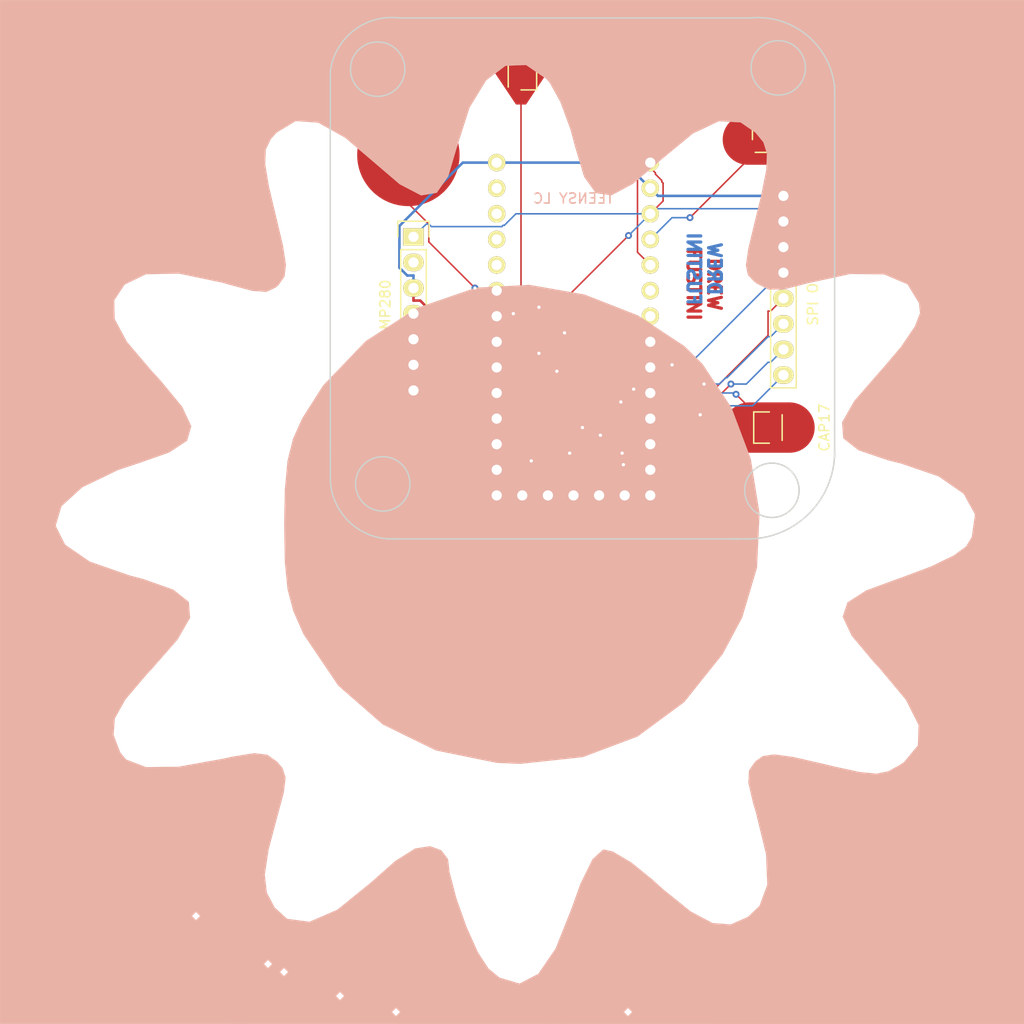
<source format=kicad_pcb>
(kicad_pcb (version 20171130) (host pcbnew "(5.1.12)-1")

  (general
    (thickness 1.6)
    (drawings 46)
    (tracks 170)
    (zones 0)
    (modules 11)
    (nets 34)
  )

  (page A4)
  (title_block
    (company "This design uses a KiCad DIP template created by Jenner at Wickerbox Electronics")
    (comment 1 "Released under the CERN Open Hardware License v1.2")
  )

  (layers
    (0 F.Cu signal)
    (31 B.Cu signal)
    (34 B.Paste user hide)
    (35 F.Paste user hide)
    (36 B.SilkS user hide)
    (37 F.SilkS user hide)
    (38 B.Mask user)
    (39 F.Mask user)
    (44 Edge.Cuts user)
    (46 B.CrtYd user hide)
    (47 F.CrtYd user hide)
    (48 B.Fab user hide)
    (49 F.Fab user hide)
  )

  (setup
    (last_trace_width 0.254)
    (user_trace_width 0.1524)
    (user_trace_width 0.254)
    (user_trace_width 0.3302)
    (user_trace_width 0.508)
    (user_trace_width 0.762)
    (user_trace_width 1.27)
    (trace_clearance 0.254)
    (zone_clearance 0.508)
    (zone_45_only no)
    (trace_min 0.1524)
    (via_size 0.6858)
    (via_drill 0.3302)
    (via_min_size 0.6858)
    (via_min_drill 0.3302)
    (user_via 0.6858 0.3302)
    (user_via 0.762 0.4064)
    (user_via 0.8636 0.508)
    (uvia_size 0.6858)
    (uvia_drill 0.3302)
    (uvias_allowed no)
    (uvia_min_size 0)
    (uvia_min_drill 0)
    (edge_width 0.15)
    (segment_width 0.15)
    (pcb_text_width 0.1524)
    (pcb_text_size 0.762 0.762)
    (mod_edge_width 0.15)
    (mod_text_size 0.762 0.762)
    (mod_text_width 0.1524)
    (pad_size 1.7272 1.7272)
    (pad_drill 1.016)
    (pad_to_mask_clearance 0.0762)
    (solder_mask_min_width 0.1016)
    (aux_axis_origin 0 0)
    (visible_elements 7FFFFFFF)
    (pcbplotparams
      (layerselection 0x010fc_80000001)
      (usegerberextensions true)
      (usegerberattributes true)
      (usegerberadvancedattributes true)
      (creategerberjobfile true)
      (excludeedgelayer true)
      (linewidth 0.100000)
      (plotframeref false)
      (viasonmask false)
      (mode 1)
      (useauxorigin false)
      (hpglpennumber 1)
      (hpglpenspeed 20)
      (hpglpendiameter 15.000000)
      (psnegative false)
      (psa4output false)
      (plotreference true)
      (plotvalue true)
      (plotinvisibletext false)
      (padsonsilk false)
      (subtractmaskfromsilk false)
      (outputformat 1)
      (mirror false)
      (drillshape 0)
      (scaleselection 1)
      (outputdirectory "test-board-gerbers"))
  )

  (net 0 "")
  (net 1 GND)
  (net 2 /D15)
  (net 3 /D0)
  (net 4 /D1)
  (net 5 /D2)
  (net 6 /D3)
  (net 7 /D4)
  (net 8 /D5)
  (net 9 /D6)
  (net 10 /D7)
  (net 11 /D8)
  (net 12 OLED_DATA)
  (net 13 OLED_CLK)
  (net 14 OLED_DC)
  (net 15 OLED_CS)
  (net 16 "/D17(VIN)")
  (net 17 VIN)
  (net 18 /PROG)
  (net 19 /DAC)
  (net 20 OLED_RST)
  (net 21 /D16)
  (net 22 BMP280_SDI)
  (net 23 /D17)
  (net 24 /D22)
  (net 25 /D21)
  (net 26 /D20)
  (net 27 BMP280_SCK)
  (net 28 /D23)
  (net 29 "Net-(J1-Pad14)")
  (net 30 "Net-(J6-Pad2)")
  (net 31 "Net-(J6-Pad5)")
  (net 32 "Net-(J6-Pad7)")
  (net 33 "Net-(J7-Pad3)")

  (net_class Default "This is the default net class."
    (clearance 0.254)
    (trace_width 0.254)
    (via_dia 0.6858)
    (via_drill 0.3302)
    (uvia_dia 0.6858)
    (uvia_drill 0.3302)
    (add_net /D0)
    (add_net /D1)
    (add_net /D15)
    (add_net /D16)
    (add_net /D17)
    (add_net "/D17(VIN)")
    (add_net /D2)
    (add_net /D20)
    (add_net /D21)
    (add_net /D22)
    (add_net /D23)
    (add_net /D3)
    (add_net /D4)
    (add_net /D5)
    (add_net /D6)
    (add_net /D7)
    (add_net /D8)
    (add_net /DAC)
    (add_net /PROG)
    (add_net BMP280_SCK)
    (add_net BMP280_SDI)
    (add_net GND)
    (add_net "Net-(J1-Pad14)")
    (add_net "Net-(J6-Pad2)")
    (add_net "Net-(J6-Pad5)")
    (add_net "Net-(J6-Pad7)")
    (add_net "Net-(J7-Pad3)")
    (add_net OLED_CLK)
    (add_net OLED_CS)
    (add_net OLED_DATA)
    (add_net OLED_DC)
    (add_net OLED_RST)
    (add_net VIN)
  )

  (module TEENSY-LC (layer F.Cu) (tedit 578EAE47) (tstamp 57379F2D)
    (at 105.41 82.804)
    (path /5749FE2C)
    (fp_text reference J1 (at -7.62 20.066 270) (layer F.SilkS)
      (effects (font (size 1 1) (thickness 0.15)))
    )
    (fp_text value TEENSY-LC (at -2.54 20.32 180) (layer F.Fab)
      (effects (font (size 1 1) (thickness 0.15)))
    )
    (fp_line (start 6.35 24.13) (end 6.35 -11.43) (layer F.CrtYd) (width 0.1524))
    (fp_line (start 6.35 -11.43) (end -11.43 -11.43) (layer F.CrtYd) (width 0.1524))
    (fp_line (start -11.43 -11.43) (end -11.43 24.13) (layer F.CrtYd) (width 0.1524))
    (fp_line (start -11.43 24.13) (end 6.35 24.13) (layer F.CrtYd) (width 0.1524))
    (fp_text user "TEENSY LC" (at -2.54 -6.604 180) (layer B.SilkS)
      (effects (font (size 1 1) (thickness 0.15)) (justify mirror))
    )
    (pad G1 thru_hole circle (at -10.16 -10.16) (size 1.7272 1.7272) (drill 1.016) (layers *.Cu *.Mask F.SilkS)
      (net 1 GND))
    (pad 0 thru_hole circle (at -10.16 -7.62) (size 1.7272 1.7272) (drill 1.016) (layers *.Cu *.Mask F.SilkS)
      (net 3 /D0))
    (pad 1 thru_hole circle (at -10.16 -5.08) (size 1.7272 1.7272) (drill 1.016) (layers *.Cu *.Mask F.SilkS)
      (net 4 /D1))
    (pad 2 thru_hole circle (at -10.16 -2.54) (size 1.7272 1.7272) (drill 1.016) (layers *.Cu *.Mask F.SilkS)
      (net 5 /D2))
    (pad 3 thru_hole circle (at -10.16 0) (size 1.7272 1.7272) (drill 1.016) (layers *.Cu *.Mask F.SilkS)
      (net 6 /D3))
    (pad 4 thru_hole circle (at -10.16 2.54) (size 1.7272 1.7272) (drill 1.016) (layers *.Cu *.Mask F.SilkS)
      (net 7 /D4))
    (pad 5 thru_hole circle (at -10.16 5.08) (size 1.7272 1.7272) (drill 1.016) (layers *.Cu *.Mask F.SilkS)
      (net 8 /D5))
    (pad 6 thru_hole circle (at -10.16 7.62) (size 1.7272 1.7272) (drill 1.016) (layers *.Cu *.Mask F.SilkS)
      (net 9 /D6))
    (pad 7 thru_hole circle (at -10.16 10.16) (size 1.7272 1.7272) (drill 1.016) (layers *.Cu *.Mask F.SilkS)
      (net 10 /D7))
    (pad 8 thru_hole circle (at -10.16 12.7) (size 1.7272 1.7272) (drill 1.016) (layers *.Cu *.Mask F.SilkS)
      (net 11 /D8))
    (pad 9 thru_hole circle (at -10.16 15.24) (size 1.7272 1.7272) (drill 1.016) (layers *.Cu *.Mask F.SilkS)
      (net 12 OLED_DATA))
    (pad 10 thru_hole circle (at -10.16 17.78) (size 1.7272 1.7272) (drill 1.016) (layers *.Cu *.Mask F.SilkS)
      (net 13 OLED_CLK))
    (pad 11 thru_hole circle (at -10.16 20.32) (size 1.7272 1.7272) (drill 1.016) (layers *.Cu *.Mask F.SilkS)
      (net 14 OLED_DC))
    (pad 12 thru_hole circle (at -10.16 22.86) (size 1.7272 1.7272) (drill 1.016) (layers *.Cu *.Mask F.SilkS)
      (net 15 OLED_CS))
    (pad 17A thru_hole circle (at -7.62 22.86) (size 1.7272 1.7272) (drill 1.016) (layers *.Cu *.Mask)
      (net 16 "/D17(VIN)"))
    (pad 3V1 thru_hole circle (at -5.08 22.86) (size 1.7272 1.7272) (drill 1.016) (layers *.Cu *.Mask F.SilkS)
      (net 17 VIN))
    (pad G2 thru_hole circle (at -2.54 22.86) (size 1.7272 1.7272) (drill 1.016) (layers *.Cu *.Mask F.SilkS)
      (net 1 GND))
    (pad PGM thru_hole circle (at 0 22.86) (size 1.7272 1.7272) (drill 1.016) (layers *.Cu *.Mask F.SilkS)
      (net 18 /PROG))
    (pad DAC thru_hole circle (at 2.54 22.86) (size 1.7272 1.7272) (drill 1.016) (layers *.Cu *.Mask F.SilkS)
      (net 19 /DAC))
    (pad 13 thru_hole circle (at 5.08 22.86) (size 1.7272 1.7272) (drill 1.016) (layers *.Cu *.Mask F.SilkS)
      (net 20 OLED_RST))
    (pad 16 thru_hole circle (at 5.08 15.24) (size 1.7272 1.7272) (drill 1.016) (layers *.Cu *.Mask F.SilkS)
      (net 21 /D16))
    (pad 3V2 thru_hole circle (at 5.08 -5.08) (size 1.7272 1.7272) (drill 1.016) (layers *.Cu *.Mask F.SilkS)
      (net 17 VIN))
    (pad 18 thru_hole circle (at 5.08 10.16) (size 1.7272 1.7272) (drill 1.016) (layers *.Cu *.Mask F.SilkS)
      (net 22 BMP280_SDI))
    (pad 17 thru_hole circle (at 5.08 12.7) (size 1.7272 1.7272) (drill 1.016) (layers *.Cu *.Mask F.SilkS)
      (net 23 /D17))
    (pad G3 thru_hole circle (at 5.08 -7.62) (size 1.7272 1.7272) (drill 1.016) (layers *.Cu *.Mask F.SilkS)
      (net 1 GND))
    (pad 22 thru_hole circle (at 5.08 0) (size 1.7272 1.7272) (drill 1.016) (layers *.Cu *.Mask F.SilkS)
      (net 24 /D22))
    (pad VIN thru_hole circle (at 5.08 -10.16) (size 1.7272 1.7272) (drill 1.016) (layers *.Cu *.Mask F.SilkS)
      (net 17 VIN))
    (pad 21 thru_hole circle (at 5.08 2.54) (size 1.7272 1.7272) (drill 1.016) (layers *.Cu *.Mask F.SilkS)
      (net 25 /D21))
    (pad 20 thru_hole circle (at 5.08 5.08) (size 1.7272 1.7272) (drill 1.016) (layers *.Cu *.Mask F.SilkS)
      (net 26 /D20))
    (pad 19 thru_hole circle (at 5.08 7.62) (size 1.7272 1.7272) (drill 1.016) (layers *.Cu *.Mask F.SilkS)
      (net 27 BMP280_SCK))
    (pad 23 thru_hole circle (at 5.08 -2.54) (size 1.7272 1.7272) (drill 1.016) (layers *.Cu *.Mask F.SilkS)
      (net 28 /D23))
    (pad 14 thru_hole circle (at 5.08 20.32) (size 1.7272 1.7272) (drill 1.016) (layers *.Cu *.Mask F.SilkS)
      (net 29 "Net-(J1-Pad14)"))
    (pad 15 thru_hole circle (at 5.08 17.78) (size 1.7272 1.7272) (drill 1.016) (layers *.Cu *.Mask F.SilkS)
      (net 2 /D15))
  )

  (module Wickerlib:CAPSENSE_CIRCLE_D10 (layer F.Cu) (tedit 578EA6B6) (tstamp 578E9A29)
    (at 86.487 71.882)
    (path /578E86B3)
    (fp_text reference CAP15 (at 0 -0.508) (layer F.SilkS)
      (effects (font (size 1 1) (thickness 0.15)))
    )
    (fp_text value CAP15 (at 0.025 7.325) (layer F.Fab)
      (effects (font (size 1 1) (thickness 0.15)))
    )
    (pad 1 smd circle (at 0 0) (size 10.16 10.16) (layers F.Cu)
      (net 2 /D15) (clearance 0.508))
  )

  (module Wickerlib:Pin_Header_Straight_1x01 (layer F.Cu) (tedit 578EAD86) (tstamp 578E9AF0)
    (at 122.174 70.358)
    (descr "Through hole pin header")
    (tags "pin header")
    (path /578EB682)
    (fp_text reference CAP23 (at 5.461 -0.254 90) (layer F.SilkS)
      (effects (font (size 1 1) (thickness 0.15)))
    )
    (fp_text value CAP23 (at 0 -3.1) (layer F.Fab)
      (effects (font (size 1 1) (thickness 0.15)))
    )
    (fp_line (start -1.27 1.27) (end 1.27 1.27) (layer F.SilkS) (width 0.15))
    (fp_line (start -1.55 -1.55) (end 1.55 -1.55) (layer F.SilkS) (width 0.15))
    (fp_line (start -1.55 0) (end -1.55 -1.55) (layer F.SilkS) (width 0.15))
    (fp_line (start -1.75 1.75) (end 1.75 1.75) (layer F.CrtYd) (width 0.05))
    (fp_line (start -1.75 -1.75) (end 1.75 -1.75) (layer F.CrtYd) (width 0.05))
    (fp_line (start 1.75 -1.75) (end 1.75 1.75) (layer F.CrtYd) (width 0.05))
    (fp_line (start -1.75 -1.75) (end -1.75 1.75) (layer F.CrtYd) (width 0.05))
    (fp_line (start 1.55 -1.55) (end 1.55 0) (layer F.SilkS) (width 0.15))
    (pad 1 smd oval (at 0 0) (size 9 5) (layers F.Cu F.Paste F.Mask)
      (net 28 /D23))
    (model Pin_Headers.3dshapes/Pin_Header_Straight_1x01.wrl
      (at (xyz 0 0 0))
      (scale (xyz 1 1 1))
      (rotate (xyz 0 0 90))
    )
  )

  (module Wickerlib:Pin_Header_Straight_1x01 (layer F.Cu) (tedit 578EA7DD) (tstamp 578E9AF5)
    (at 110.617 63.881)
    (descr "Through hole pin header")
    (tags "pin header")
    (path /578EB60C)
    (fp_text reference CAP22 (at -0.127 -2.286) (layer F.SilkS)
      (effects (font (size 1 1) (thickness 0.15)))
    )
    (fp_text value CAP22 (at 0 -3.1) (layer F.Fab)
      (effects (font (size 1 1) (thickness 0.15)))
    )
    (fp_line (start -1.27 1.27) (end 1.27 1.27) (layer F.SilkS) (width 0.15))
    (fp_line (start -1.55 -1.55) (end 1.55 -1.55) (layer F.SilkS) (width 0.15))
    (fp_line (start -1.55 0) (end -1.55 -1.55) (layer F.SilkS) (width 0.15))
    (fp_line (start -1.75 1.75) (end 1.75 1.75) (layer F.CrtYd) (width 0.05))
    (fp_line (start -1.75 -1.75) (end 1.75 -1.75) (layer F.CrtYd) (width 0.05))
    (fp_line (start 1.75 -1.75) (end 1.75 1.75) (layer F.CrtYd) (width 0.05))
    (fp_line (start -1.75 -1.75) (end -1.75 1.75) (layer F.CrtYd) (width 0.05))
    (fp_line (start 1.55 -1.55) (end 1.55 0) (layer F.SilkS) (width 0.15))
    (pad 1 smd rect (at 0 0) (size 8 6) (layers F.Cu)
      (net 24 /D22))
    (model Pin_Headers.3dshapes/Pin_Header_Straight_1x01.wrl
      (at (xyz 0 0 0))
      (scale (xyz 1 1 1))
      (rotate (xyz 0 0 90))
    )
  )

  (module Wickerlib:Pin_Header_Straight_1x01 (layer F.Cu) (tedit 578EAD76) (tstamp 578E9AFA)
    (at 122.301 98.933 90)
    (descr "Through hole pin header")
    (tags "pin header")
    (path /578EB32F)
    (fp_text reference CAP17 (at 0 5.461 270) (layer F.SilkS)
      (effects (font (size 1 1) (thickness 0.15)))
    )
    (fp_text value CAP17 (at 0 -3.1 90) (layer F.Fab)
      (effects (font (size 1 1) (thickness 0.15)))
    )
    (fp_line (start -1.27 1.27) (end 1.27 1.27) (layer F.SilkS) (width 0.15))
    (fp_line (start -1.55 -1.55) (end 1.55 -1.55) (layer F.SilkS) (width 0.15))
    (fp_line (start -1.55 0) (end -1.55 -1.55) (layer F.SilkS) (width 0.15))
    (fp_line (start -1.75 1.75) (end 1.75 1.75) (layer F.CrtYd) (width 0.05))
    (fp_line (start -1.75 -1.75) (end 1.75 -1.75) (layer F.CrtYd) (width 0.05))
    (fp_line (start 1.75 -1.75) (end 1.75 1.75) (layer F.CrtYd) (width 0.05))
    (fp_line (start -1.75 -1.75) (end -1.75 1.75) (layer F.CrtYd) (width 0.05))
    (fp_line (start 1.55 -1.55) (end 1.55 0) (layer F.SilkS) (width 0.15))
    (pad 1 smd oval (at 0 0 90) (size 5 9) (layers F.Cu F.Paste F.Mask)
      (net 23 /D17))
    (model Pin_Headers.3dshapes/Pin_Header_Straight_1x01.wrl
      (at (xyz 0 0 0))
      (scale (xyz 1 1 1))
      (rotate (xyz 0 0 90))
    )
  )

  (module Wickerlib:Pin_Header_Straight_1x01 (layer F.Cu) (tedit 578EA91A) (tstamp 578E9AFF)
    (at 97.663 63.881 270)
    (descr "Through hole pin header")
    (tags "pin header")
    (path /578E9189)
    (fp_text reference CAP16 (at -2.286 0.254) (layer F.SilkS)
      (effects (font (size 1 1) (thickness 0.15)))
    )
    (fp_text value CAP16 (at 0 -3.1 270) (layer F.Fab)
      (effects (font (size 1 1) (thickness 0.15)))
    )
    (fp_line (start -1.27 1.27) (end 1.27 1.27) (layer F.SilkS) (width 0.15))
    (fp_line (start -1.55 -1.55) (end 1.55 -1.55) (layer F.SilkS) (width 0.15))
    (fp_line (start -1.55 0) (end -1.55 -1.55) (layer F.SilkS) (width 0.15))
    (fp_line (start -1.75 1.75) (end 1.75 1.75) (layer F.CrtYd) (width 0.05))
    (fp_line (start -1.75 -1.75) (end 1.75 -1.75) (layer F.CrtYd) (width 0.05))
    (fp_line (start 1.75 -1.75) (end 1.75 1.75) (layer F.CrtYd) (width 0.05))
    (fp_line (start -1.75 -1.75) (end -1.75 1.75) (layer F.CrtYd) (width 0.05))
    (fp_line (start 1.55 -1.55) (end 1.55 0) (layer F.SilkS) (width 0.15))
    (pad 1 smd trapezoid (at 0 0 270) (size 6 5) (rect_delta 4 0 ) (layers F.Cu)
      (net 21 /D16))
    (model Pin_Headers.3dshapes/Pin_Header_Straight_1x01.wrl
      (at (xyz 0 0 0))
      (scale (xyz 1 1 1))
      (rotate (xyz 0 0 90))
    )
  )

  (module Wickerlib:Pin_Header_Straight_1x07 (layer F.Cu) (tedit 578EA606) (tstamp 578E9B0A)
    (at 86.995 80.01)
    (descr "Through hole pin header")
    (tags "pin header")
    (path /578E9735)
    (fp_text reference BMP280 (at -2.794 7.239 270) (layer F.SilkS)
      (effects (font (size 1 1) (thickness 0.15)))
    )
    (fp_text value I2C_BMP280 (at 0 -3.1) (layer F.Fab)
      (effects (font (size 1 1) (thickness 0.15)))
    )
    (fp_line (start -1.55 -1.55) (end 1.55 -1.55) (layer F.SilkS) (width 0.15))
    (fp_line (start -1.55 0) (end -1.55 -1.55) (layer F.SilkS) (width 0.15))
    (fp_line (start 1.27 1.27) (end -1.27 1.27) (layer F.SilkS) (width 0.15))
    (fp_line (start 1.55 -1.55) (end 1.55 0) (layer F.SilkS) (width 0.15))
    (fp_line (start -1.27 16.51) (end -1.27 1.27) (layer F.SilkS) (width 0.15))
    (fp_line (start 1.27 16.51) (end -1.27 16.51) (layer F.SilkS) (width 0.15))
    (fp_line (start 1.27 1.27) (end 1.27 16.51) (layer F.SilkS) (width 0.15))
    (fp_line (start -1.75 17) (end 1.75 17) (layer F.CrtYd) (width 0.05))
    (fp_line (start -1.75 -1.75) (end 1.75 -1.75) (layer F.CrtYd) (width 0.05))
    (fp_line (start 1.75 -1.75) (end 1.75 17) (layer F.CrtYd) (width 0.05))
    (fp_line (start -1.75 -1.75) (end -1.75 17) (layer F.CrtYd) (width 0.05))
    (pad 1 thru_hole rect (at 0 0) (size 2.032 1.7272) (drill 1.016) (layers *.Cu *.Mask F.SilkS)
      (net 17 VIN))
    (pad 2 thru_hole oval (at 0 2.54) (size 2.032 1.7272) (drill 1.016) (layers *.Cu *.Mask F.SilkS)
      (net 30 "Net-(J6-Pad2)"))
    (pad 3 thru_hole oval (at 0 5.08) (size 2.032 1.7272) (drill 1.016) (layers *.Cu *.Mask F.SilkS)
      (net 1 GND))
    (pad 4 thru_hole oval (at 0 7.62) (size 2.032 1.7272) (drill 1.016) (layers *.Cu *.Mask F.SilkS)
      (net 27 BMP280_SCK))
    (pad 5 thru_hole oval (at 0 10.16) (size 2.032 1.7272) (drill 1.016) (layers *.Cu *.Mask F.SilkS)
      (net 31 "Net-(J6-Pad5)"))
    (pad 6 thru_hole oval (at 0 12.7) (size 2.032 1.7272) (drill 1.016) (layers *.Cu *.Mask F.SilkS)
      (net 22 BMP280_SDI))
    (pad 7 thru_hole oval (at 0 15.24) (size 2.032 1.7272) (drill 1.016) (layers *.Cu *.Mask F.SilkS)
      (net 32 "Net-(J6-Pad7)"))
    (model Pin_Headers.3dshapes/Pin_Header_Straight_1x07.wrl
      (offset (xyz 0 -7.619999885559082 0))
      (scale (xyz 1 1 1))
      (rotate (xyz 0 0 90))
    )
  )

  (module Wickerlib:Pin_Header_Straight_1x08 (layer F.Cu) (tedit 578EA602) (tstamp 578E9B16)
    (at 123.698 75.946)
    (descr "Through hole pin header")
    (tags "pin header")
    (path /578EA8DF)
    (fp_text reference "SPI OLED" (at 2.921 9.398 90) (layer F.SilkS)
      (effects (font (size 1 1) (thickness 0.15)))
    )
    (fp_text value SPI_OLED_128x64 (at 0 -3.1) (layer F.Fab)
      (effects (font (size 1 1) (thickness 0.15)))
    )
    (fp_line (start -1.55 -1.55) (end 1.55 -1.55) (layer F.SilkS) (width 0.15))
    (fp_line (start -1.55 0) (end -1.55 -1.55) (layer F.SilkS) (width 0.15))
    (fp_line (start 1.27 1.27) (end -1.27 1.27) (layer F.SilkS) (width 0.15))
    (fp_line (start 1.55 -1.55) (end 1.55 0) (layer F.SilkS) (width 0.15))
    (fp_line (start -1.27 19.05) (end -1.27 1.27) (layer F.SilkS) (width 0.15))
    (fp_line (start 1.27 19.05) (end -1.27 19.05) (layer F.SilkS) (width 0.15))
    (fp_line (start 1.27 1.27) (end 1.27 19.05) (layer F.SilkS) (width 0.15))
    (fp_line (start -1.75 19.55) (end 1.75 19.55) (layer F.CrtYd) (width 0.05))
    (fp_line (start -1.75 -1.75) (end 1.75 -1.75) (layer F.CrtYd) (width 0.05))
    (fp_line (start 1.75 -1.75) (end 1.75 19.55) (layer F.CrtYd) (width 0.05))
    (fp_line (start -1.75 -1.75) (end -1.75 19.55) (layer F.CrtYd) (width 0.05))
    (pad 1 thru_hole rect (at 0 0) (size 2.032 1.7272) (drill 1.016) (layers *.Cu *.Mask F.SilkS)
      (net 1 GND))
    (pad 2 thru_hole oval (at 0 2.54) (size 2.032 1.7272) (drill 1.016) (layers *.Cu *.Mask F.SilkS)
      (net 17 VIN))
    (pad 3 thru_hole oval (at 0 5.08) (size 2.032 1.7272) (drill 1.016) (layers *.Cu *.Mask F.SilkS)
      (net 33 "Net-(J7-Pad3)"))
    (pad 4 thru_hole oval (at 0 7.62) (size 2.032 1.7272) (drill 1.016) (layers *.Cu *.Mask F.SilkS)
      (net 15 OLED_CS))
    (pad 5 thru_hole oval (at 0 10.16) (size 2.032 1.7272) (drill 1.016) (layers *.Cu *.Mask F.SilkS)
      (net 20 OLED_RST))
    (pad 6 thru_hole oval (at 0 12.7) (size 2.032 1.7272) (drill 1.016) (layers *.Cu *.Mask F.SilkS)
      (net 14 OLED_DC))
    (pad 7 thru_hole oval (at 0 15.24) (size 2.032 1.7272) (drill 1.016) (layers *.Cu *.Mask F.SilkS)
      (net 13 OLED_CLK))
    (pad 8 thru_hole oval (at 0 17.78) (size 2.032 1.7272) (drill 1.016) (layers *.Cu *.Mask F.SilkS)
      (net 12 OLED_DATA))
    (model Pin_Headers.3dshapes/Pin_Header_Straight_1x08.wrl
      (offset (xyz 0 -8.889999866485596 0))
      (scale (xyz 1 1 1))
      (rotate (xyz 0 0 90))
    )
  )

  (module CHIP-DIPs:Symbol_OSHW-Logo_SilkScreen (layer F.Cu) (tedit 572EAEC9) (tstamp 578EC98F)
    (at 115.316 103.378 270)
    (descr "Symbol, OSHW-Logo, Silk Screen,")
    (tags "Symbol, OSHW-Logo, Silk Screen,")
    (fp_text reference REF** (at 0.09906 -4.38912 270) (layer F.SilkS) hide
      (effects (font (size 1 1) (thickness 0.15)))
    )
    (fp_text value Symbol_OSHW-Logo_SilkScreen (at 0.30988 6.56082 270) (layer F.Fab) hide
      (effects (font (size 1 1) (thickness 0.15)))
    )
    (fp_line (start 0.35052 0.89916) (end 0.7493 1.89992) (layer F.SilkS) (width 0.15))
    (fp_line (start -0.35052 0.89916) (end -0.70104 1.89992) (layer F.SilkS) (width 0.15))
    (fp_line (start -0.70104 0.70104) (end -0.35052 0.89916) (layer F.SilkS) (width 0.15))
    (fp_line (start -0.94996 0.39878) (end -0.70104 0.70104) (layer F.SilkS) (width 0.15))
    (fp_line (start -1.00076 -0.09906) (end -0.94996 0.39878) (layer F.SilkS) (width 0.15))
    (fp_line (start -0.8509 -0.55118) (end -1.00076 -0.09906) (layer F.SilkS) (width 0.15))
    (fp_line (start -0.44958 -0.89916) (end -0.8509 -0.55118) (layer F.SilkS) (width 0.15))
    (fp_line (start -0.0508 -1.00076) (end -0.44958 -0.89916) (layer F.SilkS) (width 0.15))
    (fp_line (start 0.39878 -0.94996) (end -0.0508 -1.00076) (layer F.SilkS) (width 0.15))
    (fp_line (start 0.8509 -0.59944) (end 0.39878 -0.94996) (layer F.SilkS) (width 0.15))
    (fp_line (start 1.00076 -0.24892) (end 0.8509 -0.59944) (layer F.SilkS) (width 0.15))
    (fp_line (start 1.00076 0.14986) (end 1.00076 -0.24892) (layer F.SilkS) (width 0.15))
    (fp_line (start 0.8509 0.55118) (end 1.00076 0.14986) (layer F.SilkS) (width 0.15))
    (fp_line (start 0.65024 0.7493) (end 0.8509 0.55118) (layer F.SilkS) (width 0.15))
    (fp_line (start 0.35052 0.89916) (end 0.65024 0.7493) (layer F.SilkS) (width 0.15))
    (fp_line (start -1.9304 0.5207) (end -1.7907 0.91948) (layer F.SilkS) (width 0.15))
    (fp_line (start -2.4892 0.32004) (end -1.9304 0.5207) (layer F.SilkS) (width 0.15))
    (fp_line (start -2.47904 -0.381) (end -2.4892 0.32004) (layer F.SilkS) (width 0.15))
    (fp_line (start -1.9304 -0.48006) (end -2.47904 -0.381) (layer F.SilkS) (width 0.15))
    (fp_line (start -1.76022 -0.96012) (end -1.9304 -0.48006) (layer F.SilkS) (width 0.15))
    (fp_line (start -2.00914 -1.50114) (end -1.76022 -0.96012) (layer F.SilkS) (width 0.15))
    (fp_line (start -1.49098 -2.02946) (end -2.00914 -1.50114) (layer F.SilkS) (width 0.15))
    (fp_line (start -0.9398 -1.76022) (end -1.49098 -2.02946) (layer F.SilkS) (width 0.15))
    (fp_line (start -0.5207 -1.9304) (end -0.9398 -1.76022) (layer F.SilkS) (width 0.15))
    (fp_line (start -0.30988 -2.47904) (end -0.5207 -1.9304) (layer F.SilkS) (width 0.15))
    (fp_line (start 0.381 -2.46126) (end -0.30988 -2.47904) (layer F.SilkS) (width 0.15))
    (fp_line (start 0.55118 -1.92024) (end 0.381 -2.46126) (layer F.SilkS) (width 0.15))
    (fp_line (start 1.02108 -1.71958) (end 0.55118 -1.92024) (layer F.SilkS) (width 0.15))
    (fp_line (start 1.53924 -1.9812) (end 1.02108 -1.71958) (layer F.SilkS) (width 0.15))
    (fp_line (start 2.00914 -1.47066) (end 1.53924 -1.9812) (layer F.SilkS) (width 0.15))
    (fp_line (start 1.7399 -1.00076) (end 2.00914 -1.47066) (layer F.SilkS) (width 0.15))
    (fp_line (start 1.94056 -0.42926) (end 1.7399 -1.00076) (layer F.SilkS) (width 0.15))
    (fp_line (start 2.49936 -0.28956) (end 1.94056 -0.42926) (layer F.SilkS) (width 0.15))
    (fp_line (start 2.49936 0.39116) (end 2.49936 -0.28956) (layer F.SilkS) (width 0.15))
    (fp_line (start 1.88976 0.57912) (end 2.49936 0.39116) (layer F.SilkS) (width 0.15))
    (fp_line (start 1.69926 1.04902) (end 1.88976 0.57912) (layer F.SilkS) (width 0.15))
    (fp_line (start 1.9812 1.52908) (end 1.69926 1.04902) (layer F.SilkS) (width 0.15))
    (fp_line (start 1.50876 2.0193) (end 1.9812 1.52908) (layer F.SilkS) (width 0.15))
    (fp_line (start 1.06934 1.6891) (end 1.50876 2.0193) (layer F.SilkS) (width 0.15))
    (fp_line (start 0.73914 1.8796) (end 1.06934 1.6891) (layer F.SilkS) (width 0.15))
    (fp_line (start -0.98044 1.7399) (end -0.70104 1.89992) (layer F.SilkS) (width 0.15))
    (fp_line (start -1.50114 2.00914) (end -0.98044 1.7399) (layer F.SilkS) (width 0.15))
    (fp_line (start -2.03962 1.49098) (end -1.50114 2.00914) (layer F.SilkS) (width 0.15))
    (fp_line (start -1.78054 0.92964) (end -2.03962 1.49098) (layer F.SilkS) (width 0.15))
  )

  (module teensy-big-oled:oshpark-silk-25dpi (layer B.Cu) (tedit 0) (tstamp 578ECDCA)
    (at 96.774 107.315)
    (fp_text reference G***_2 (at 0 0) (layer B.SilkS) hide
      (effects (font (size 1.524 1.524) (thickness 0.3)) (justify mirror))
    )
    (fp_text value LOGO (at 0.75 0) (layer B.SilkS) hide
      (effects (font (size 1.524 1.524) (thickness 0.3)) (justify mirror))
    )
    (fp_poly (pts (xy 7.024081 24.314933) (xy 12.461068 22.269381) (xy 17.09037 18.859495) (xy 20.897646 14.09472)
      (xy 22.837123 10.468479) (xy 24.302139 5.529774) (xy 24.556737 0.147111) (xy 23.685835 -5.280715)
      (xy 21.77435 -10.354909) (xy 18.907199 -14.676677) (xy 17.102176 -16.464404) (xy 12.48369 -19.509991)
      (xy 7.195189 -21.580264) (xy 1.715228 -22.542756) (xy -3.477644 -22.265003) (xy -3.695902 -22.221426)
      (xy -9.406731 -20.257874) (xy -14.523472 -16.960848) (xy -18.745719 -12.556973) (xy -20.816938 -9.305481)
      (xy -21.73254 -7.26595) (xy -22.279835 -5.070748) (xy -22.543542 -2.223461) (xy -22.608253 1.190625)
      (xy -22.544793 4.949871) (xy -22.274936 7.654468) (xy -21.704998 9.833263) (xy -20.741294 12.015101)
      (xy -20.66362 12.168004) (xy -17.249912 17.219508) (xy -12.839492 21.073173) (xy -7.557834 23.654042)
      (xy -1.530406 24.887159) (xy 0.79375 24.986705) (xy 7.024081 24.314933)) (layer B.SilkS) (width 0.01))
    (fp_poly (pts (xy 50.8 -50.8) (xy -50.8 -50.8) (xy -50.8 1.365784) (xy -45.279963 1.365784)
      (xy -44.709495 -0.569787) (xy -42.639755 -2.454424) (xy -39.078586 -4.170134) (xy -37.17948 -4.800253)
      (xy -34.015978 -5.908967) (xy -32.242599 -7.075403) (xy -31.824569 -8.517751) (xy -32.727109 -10.454201)
      (xy -34.915442 -13.102943) (xy -35.71875 -13.964853) (xy -38.206947 -16.890364) (xy -39.43283 -19.16623)
      (xy -39.464766 -21.008507) (xy -38.440179 -22.565178) (xy -36.316314 -23.593917) (xy -33.039793 -23.656139)
      (xy -28.717628 -22.751446) (xy -28.216638 -22.603118) (xy -25.802803 -21.947497) (xy -24.376506 -21.842358)
      (xy -23.438122 -22.282753) (xy -23.144428 -22.552894) (xy -22.573999 -23.368412) (xy -22.432291 -24.530345)
      (xy -22.729845 -26.455587) (xy -23.304352 -28.877749) (xy -24.114863 -32.270552) (xy -24.49096 -34.506203)
      (xy -24.43494 -35.953798) (xy -23.949102 -36.982435) (xy -23.358929 -37.646428) (xy -21.459387 -38.792124)
      (xy -19.236276 -38.633236) (xy -16.549225 -37.129448) (xy -14.000036 -34.958273) (xy -11.145779 -32.51964)
      (xy -9.025029 -31.416042) (xy -7.474487 -31.672594) (xy -6.330852 -33.31441) (xy -5.451655 -36.272962)
      (xy -4.210826 -40.138462) (xy -2.560662 -42.839195) (xy -0.645418 -44.277098) (xy 1.39065 -44.354108)
      (xy 3.403288 -42.972161) (xy 3.768086 -42.540443) (xy 4.798633 -40.671162) (xy 5.78991 -37.980851)
      (xy 6.245404 -36.272962) (xy 7.149529 -33.256313) (xy 8.301341 -31.649415) (xy 9.864142 -31.427154)
      (xy 12.00123 -32.564415) (xy 14.793785 -34.958273) (xy 17.947723 -37.55548) (xy 20.526584 -38.775863)
      (xy 22.670739 -38.659742) (xy 24.152678 -37.646428) (xy 24.937215 -36.689555) (xy 25.292042 -35.569677)
      (xy 25.215113 -33.916773) (xy 24.704381 -31.360827) (xy 24.104308 -28.902459) (xy 23.441081 -26.133168)
      (xy 23.200281 -24.480186) (xy 23.393011 -23.526533) (xy 24.030372 -22.855231) (xy 24.270095 -22.675629)
      (xy 25.453926 -22.080288) (xy 26.943615 -22.085986) (xy 29.317949 -22.695637) (xy 29.336098 -22.701143)
      (xy 33.584045 -23.621167) (xy 36.925426 -23.575572) (xy 39.232449 -22.598319) (xy 40.37732 -20.723365)
      (xy 40.48125 -19.739539) (xy 39.959417 -18.407877) (xy 38.58674 -16.392352) (xy 36.652453 -14.113809)
      (xy 36.5125 -13.964853) (xy 33.970719 -11.046502) (xy 32.739378 -8.893938) (xy 32.862211 -7.31607)
      (xy 34.382953 -6.121806) (xy 37.34534 -5.120056) (xy 38.608184 -4.80818) (xy 42.331875 -3.531196)
      (xy 44.806914 -1.806871) (xy 45.933868 0.237801) (xy 45.613305 2.475827) (xy 45.045312 3.413189)
      (xy 43.826977 4.307403) (xy 41.555402 5.403198) (xy 38.705882 6.473498) (xy 38.497473 6.541461)
      (xy 35.154242 7.767947) (xy 33.276664 8.968293) (xy 32.808291 10.388308) (xy 33.692674 12.273805)
      (xy 35.873365 14.870593) (xy 36.444666 15.48063) (xy 39.069673 18.623577) (xy 40.334747 21.133093)
      (xy 40.268922 23.144454) (xy 38.901234 24.792941) (xy 38.503302 25.071905) (xy 37.350762 25.715999)
      (xy 36.162204 25.958816) (xy 34.481225 25.795325) (xy 31.851422 25.220496) (xy 30.894739 24.988052)
      (xy 27.89168 24.301946) (xy 26.019614 24.047255) (xy 24.885905 24.209641) (xy 24.131272 24.741049)
      (xy 23.51459 25.628367) (xy 23.442791 26.847799) (xy 23.921709 28.897099) (xy 24.190618 29.804138)
      (xy 25.201314 33.9483) (xy 25.326508 36.97165) (xy 24.550051 39.081678) (xy 23.383109 40.178671)
      (xy 21.677474 40.920974) (xy 19.887781 40.776819) (xy 17.740707 39.638811) (xy 14.962927 37.399556)
      (xy 13.930551 36.464559) (xy 11.836002 34.76637) (xy 10.014933 33.690654) (xy 9.059384 33.470325)
      (xy 7.989211 34.437443) (xy 6.779754 36.88845) (xy 5.943853 39.229645) (xy 4.319283 43.315651)
      (xy 2.591161 45.829676) (xy 0.741421 46.784937) (xy -1.248004 46.194651) (xy -2.337511 45.28749)
      (xy -3.369579 43.70783) (xy -4.507258 41.182364) (xy -5.526038 38.31808) (xy -6.201407 35.721967)
      (xy -6.35 34.439265) (xy -7.025065 33.551136) (xy -8.135938 33.14814) (xy -9.623123 33.380397)
      (xy -11.589645 34.619229) (xy -14.016052 36.764028) (xy -17.328826 39.451695) (xy -20.09134 40.652328)
      (xy -22.302398 40.365615) (xy -23.552161 39.238135) (xy -24.329115 37.766243) (xy -24.532653 35.982514)
      (xy -24.152834 33.484537) (xy -23.333679 30.39496) (xy -22.650344 27.85584) (xy -22.4666 26.345037)
      (xy -22.780116 25.384802) (xy -23.306246 24.772326) (xy -24.284093 24.076711) (xy -25.607718 23.922659)
      (xy -27.791383 24.280223) (xy -28.608124 24.463593) (xy -33.11371 25.273013) (xy -36.31582 25.304366)
      (xy -38.297442 24.552805) (xy -38.865823 23.864683) (xy -39.536768 22.120321) (xy -39.411977 20.481092)
      (xy -38.3583 18.595299) (xy -36.242582 16.111247) (xy -35.71875 15.552354) (xy -33.178772 12.642774)
      (xy -31.945467 10.499285) (xy -32.066588 8.920881) (xy -33.589888 7.706556) (xy -36.563122 6.655301)
      (xy -37.917286 6.298181) (xy -41.891702 4.917761) (xy -44.343313 3.234297) (xy -45.279963 1.365784)
      (xy -50.8 1.365784) (xy -50.8 40.084375) (xy -31.75 40.084375) (xy -31.353125 39.6875)
      (xy -30.95625 40.084375) (xy -31.353125 40.48125) (xy -31.75 40.084375) (xy -50.8 40.084375)
      (xy -50.8 44.846875) (xy -24.60625 44.846875) (xy -24.209375 44.45) (xy -23.8125 44.846875)
      (xy -24.209375 45.24375) (xy -24.60625 44.846875) (xy -50.8 44.846875) (xy -50.8 45.640625)
      (xy -23.01875 45.640625) (xy -22.621875 45.24375) (xy -22.225 45.640625) (xy -22.621875 46.0375)
      (xy -23.01875 45.640625) (xy -50.8 45.640625) (xy -50.8 48.021875) (xy -17.4625 48.021875)
      (xy -17.065625 47.625) (xy -16.66875 48.021875) (xy -17.065625 48.41875) (xy -17.4625 48.021875)
      (xy -50.8 48.021875) (xy -50.8 49.609375) (xy -11.90625 49.609375) (xy -11.509375 49.2125)
      (xy -11.1125 49.609375) (xy 11.1125 49.609375) (xy 11.509375 49.2125) (xy 11.90625 49.609375)
      (xy 11.509375 50.00625) (xy 11.1125 49.609375) (xy -11.1125 49.609375) (xy -11.509375 50.00625)
      (xy -11.90625 49.609375) (xy -50.8 49.609375) (xy -50.8 50.782586) (xy 50.8 50.793202)
      (xy 50.8 -50.8)) (layer B.SilkS) (width 0.01))
  )

  (module teensy-big-oled:osh-park-logo-300dpi-normal-silk (layer F.Cu) (tedit 0) (tstamp 578ECF70)
    (at 84.074 104.648 90)
    (fp_text reference G*** (at 0 0 90) (layer F.SilkS) hide
      (effects (font (size 1.524 1.524) (thickness 0.3)))
    )
    (fp_text value LOGO (at 0.75 0 90) (layer F.SilkS) hide
      (effects (font (size 1.524 1.524) (thickness 0.3)))
    )
    (fp_poly (pts (xy 0.778728 -2.584594) (xy 1.3435 -2.345778) (xy 1.842256 -1.972256) (xy 2.250073 -1.471842)
      (xy 2.31997 -1.354666) (xy 2.448084 -1.111893) (xy 2.526099 -0.903641) (xy 2.566172 -0.672892)
      (xy 2.58046 -0.362629) (xy 2.581726 -0.127) (xy 2.57327 0.27933) (xy 2.542645 0.569765)
      (xy 2.48082 0.797235) (xy 2.390653 0.992585) (xy 2.013118 1.530647) (xy 1.529181 1.94973)
      (xy 0.963595 2.237423) (xy 0.341118 2.381316) (xy -0.313494 2.368997) (xy -0.345402 2.364247)
      (xy -0.941136 2.187413) (xy -1.487405 1.853544) (xy -1.775566 1.590873) (xy -2.140812 1.097482)
      (xy -2.36427 0.546567) (xy -2.450779 -0.03469) (xy -2.405177 -0.619113) (xy -2.232303 -1.179521)
      (xy -1.936996 -1.688736) (xy -1.524095 -2.119579) (xy -1.062433 -2.414703) (xy -0.449162 -2.626868)
      (xy 0.172866 -2.680894) (xy 0.778728 -2.584594)) (layer F.SilkS) (width 0.01))
    (fp_poly (pts (xy 5.418667 5.418667) (xy -5.418666 5.418667) (xy -5.418666 -0.135446) (xy -4.811644 -0.135446)
      (xy -4.758089 0.083644) (xy -4.548395 0.288838) (xy -4.182755 0.46075) (xy -4.021666 0.508507)
      (xy -3.660479 0.620677) (xy -3.453471 0.742271) (xy -3.395926 0.895153) (xy -3.483128 1.101184)
      (xy -3.71036 1.382224) (xy -3.81 1.489585) (xy -4.019183 1.732901) (xy -4.170491 1.951115)
      (xy -4.233071 2.099338) (xy -4.233333 2.105551) (xy -4.164291 2.342962) (xy -3.9657 2.48533)
      (xy -3.650368 2.529314) (xy -3.231099 2.471574) (xy -3.034266 2.41837) (xy -2.790575 2.351854)
      (xy -2.648024 2.345492) (xy -2.547978 2.40336) (xy -2.497362 2.45567) (xy -2.420293 2.559141)
      (xy -2.397621 2.674409) (xy -2.428705 2.855113) (xy -2.489929 3.076248) (xy -2.586932 3.453707)
      (xy -2.616977 3.713386) (xy -2.58013 3.893008) (xy -2.491619 4.015619) (xy -2.277921 4.142551)
      (xy -2.029118 4.121663) (xy -1.734255 3.949825) (xy -1.484138 3.727775) (xy -1.186384 3.464034)
      (xy -0.962674 3.346225) (xy -0.797042 3.376846) (xy -0.673526 3.558398) (xy -0.58151 3.869116)
      (xy -0.449155 4.281436) (xy -0.273137 4.569514) (xy -0.068844 4.722891) (xy 0.148336 4.731105)
      (xy 0.363018 4.583697) (xy 0.401929 4.537647) (xy 0.511854 4.338258) (xy 0.617591 4.051291)
      (xy 0.666177 3.869116) (xy 0.764651 3.543331) (xy 0.890226 3.370827) (xy 1.058866 3.349106)
      (xy 1.286534 3.475666) (xy 1.568805 3.727775) (xy 1.831 3.967673) (xy 2.032708 4.098783)
      (xy 2.216499 4.146682) (xy 2.269311 4.148667) (xy 2.512329 4.100157) (xy 2.650103 3.94708)
      (xy 2.68635 3.678111) (xy 2.624789 3.281927) (xy 2.594039 3.159753) (xy 2.518527 2.859417)
      (xy 2.490608 2.674567) (xy 2.509501 2.558411) (xy 2.574425 2.464158) (xy 2.582272 2.455402)
      (xy 2.681275 2.36894) (xy 2.799179 2.348138) (xy 2.9945 2.389347) (xy 3.108209 2.422616)
      (xy 3.541668 2.520882) (xy 3.893218 2.535833) (xy 4.137843 2.468502) (xy 4.230355 2.376233)
      (xy 4.30162 2.191521) (xy 4.289095 2.01781) (xy 4.178548 1.817993) (xy 3.955753 1.554962)
      (xy 3.887431 1.481934) (xy 3.628669 1.186742) (xy 3.501108 0.967127) (xy 3.512635 0.801465)
      (xy 3.67113 0.668133) (xy 3.98448 0.545506) (xy 4.257835 0.465955) (xy 4.63233 0.322061)
      (xy 4.845119 0.136801) (xy 4.899805 -0.094497) (xy 4.842986 -0.292865) (xy 4.743119 -0.425028)
      (xy 4.554741 -0.538751) (xy 4.242271 -0.654124) (xy 4.15548 -0.681073) (xy 3.777727 -0.813275)
      (xy 3.56131 -0.945369) (xy 3.499802 -1.100266) (xy 3.586777 -1.300877) (xy 3.815808 -1.570111)
      (xy 3.885904 -1.642127) (xy 4.172867 -1.975498) (xy 4.309094 -2.247619) (xy 4.296959 -2.469568)
      (xy 4.138835 -2.652426) (xy 4.107019 -2.674336) (xy 3.984081 -2.74304) (xy 3.857302 -2.76894)
      (xy 3.677998 -2.751501) (xy 3.397485 -2.690186) (xy 3.295439 -2.665392) (xy 2.97341 -2.592159)
      (xy 2.772357 -2.565557) (xy 2.650966 -2.583881) (xy 2.577259 -2.635789) (xy 2.513399 -2.731274)
      (xy 2.508403 -2.866853) (xy 2.562989 -3.095362) (xy 2.584506 -3.168141) (xy 2.691704 -3.619132)
      (xy 2.700883 -3.949937) (xy 2.61056 -4.179489) (xy 2.497167 -4.28378) (xy 2.264875 -4.364723)
      (xy 2.007491 -4.308128) (xy 1.708512 -4.10762) (xy 1.476495 -3.88937) (xy 1.218623 -3.667429)
      (xy 1.004116 -3.564413) (xy 0.854381 -3.587581) (xy 0.8056 -3.661833) (xy 0.764477 -3.796559)
      (xy 0.69494 -4.036024) (xy 0.632204 -4.256951) (xy 0.478334 -4.656133) (xy 0.287855 -4.894814)
      (xy 0.063471 -4.970778) (xy -0.155707 -4.903627) (xy -0.298548 -4.781766) (xy -0.419449 -4.571573)
      (xy -0.539384 -4.23536) (xy -0.553439 -4.188997) (xy -0.68577 -3.817657) (xy -0.824697 -3.609402)
      (xy -0.991604 -3.558772) (xy -1.20787 -3.660308) (xy -1.494879 -3.908547) (xy -1.527324 -3.940274)
      (xy -1.862814 -4.216238) (xy -2.1496 -4.337585) (xy -2.382966 -4.303141) (xy -2.51223 -4.185401)
      (xy -2.598884 -4.009404) (xy -2.615446 -3.786484) (xy -2.561023 -3.476159) (xy -2.490983 -3.221241)
      (xy -2.41852 -2.955823) (xy -2.40099 -2.798497) (xy -2.438132 -2.697271) (xy -2.488057 -2.640323)
      (xy -2.591965 -2.567403) (xy -2.734632 -2.552035) (xy -2.970545 -2.591231) (xy -3.051533 -2.60945)
      (xy -3.532129 -2.695788) (xy -3.873687 -2.699132) (xy -4.08506 -2.618966) (xy -4.145688 -2.545566)
      (xy -4.217255 -2.359501) (xy -4.203944 -2.18465) (xy -4.091552 -1.983498) (xy -3.865875 -1.718533)
      (xy -3.81 -1.658918) (xy -3.538877 -1.347627) (xy -3.407534 -1.11802) (xy -3.420636 -0.949714)
      (xy -3.582848 -0.822326) (xy -3.898836 -0.715473) (xy -4.03354 -0.682206) (xy -4.449563 -0.537759)
      (xy -4.708866 -0.349043) (xy -4.811644 -0.135446) (xy -5.418666 -0.135446) (xy -5.418666 -4.275666)
      (xy -3.386666 -4.275666) (xy -3.344333 -4.233333) (xy -3.302 -4.275666) (xy -3.344333 -4.318)
      (xy -3.386666 -4.275666) (xy -5.418666 -4.275666) (xy -5.418666 -4.783666) (xy -2.624666 -4.783666)
      (xy -2.582333 -4.741333) (xy -2.54 -4.783666) (xy -2.582333 -4.826) (xy -2.624666 -4.783666)
      (xy -5.418666 -4.783666) (xy -5.418666 -4.868333) (xy -2.455333 -4.868333) (xy -2.413 -4.826)
      (xy -2.370666 -4.868333) (xy -2.413 -4.910666) (xy -2.455333 -4.868333) (xy -5.418666 -4.868333)
      (xy -5.418666 -5.122333) (xy -1.862666 -5.122333) (xy -1.820333 -5.08) (xy -1.778 -5.122333)
      (xy -1.820333 -5.164666) (xy -1.862666 -5.122333) (xy -5.418666 -5.122333) (xy -5.418666 -5.291666)
      (xy -1.27 -5.291666) (xy -1.227666 -5.249333) (xy -1.185333 -5.291666) (xy 1.185334 -5.291666)
      (xy 1.227667 -5.249333) (xy 1.27 -5.291666) (xy 1.227667 -5.334) (xy 1.185334 -5.291666)
      (xy -1.185333 -5.291666) (xy -1.227666 -5.334) (xy -1.27 -5.291666) (xy -5.418666 -5.291666)
      (xy -5.418666 -5.416061) (xy 0 -5.41612) (xy 5.418667 -5.416179) (xy 5.418667 5.418667)) (layer F.SilkS) (width 0.01))
  )

  (gr_text "DREW\nFUSTINI" (at 115.824 83.185 270) (layer B.Mask)
    (effects (font (size 1.27 1.27) (thickness 0.3175)) (justify mirror))
  )
  (gr_text "DREW\nFUSTINI" (at 115.824 83.185 270) (layer B.Cu)
    (effects (font (size 1.27 1.27) (thickness 0.3175)) (justify mirror))
  )
  (gr_text drew@oshpark.com (at 105.156 59.563) (layer F.Cu)
    (effects (font (size 1.27 2.032) (thickness 0.254)))
  )
  (gr_text drew@oshpark.com (at 105.156 59.563) (layer F.Mask)
    (effects (font (size 1.27 2.032) (thickness 0.254)))
  )
  (gr_text "DREW\nFUSTINI" (at 115.824 84.709 270) (layer F.Mask)
    (effects (font (size 1.27 1.27) (thickness 0.3175)))
  )
  (gr_text "DREW\nFUSTINI" (at 115.824 84.709 270) (layer F.Cu)
    (effects (font (size 1.27 1.27) (thickness 0.3175)))
  )
  (gr_text "DREW FUSTINI" (at 102.743 108.458 180) (layer F.Mask)
    (effects (font (size 2.032 2.032) (thickness 0.254)))
  )
  (gr_text "DREW FUSTINI" (at 102.743 108.458 180) (layer F.Cu)
    (effects (font (size 2.032 2.032) (thickness 0.254)))
  )
  (gr_text "VIN\n\nGND\n\n3.3V\n\n23\n\n22\n\n21\n\n20\n\n19\n\n18\n\n17\n\n16\n\n15\n\n14\n\n13\n" (at 112.268 89.154) (layer F.Fab)
    (effects (font (size 0.80772 0.762) (thickness 0.1524)) (justify left))
  )
  (gr_text "GND\n\n0\n\n1\n\n2\n\n3\n\n4\n\n5\n\n6\n\n7\n\n8\n\n9\n\n10\n\n11\n\n12" (at 93.218 89.154) (layer F.Fab) (tstamp 5737A2C9)
    (effects (font (size 0.80772 0.762) (thickness 0.1524)) (justify right))
  )
  (gr_text "17(VIN)\n\n3.3V\n\nGND\n\nPROG\n\nDAC" (at 102.87 107.95 90) (layer F.Fab) (tstamp 5737A2FF)
    (effects (font (size 0.80772 0.762) (thickness 0.1524)) (justify right))
  )
  (gr_circle (center 122.555 105.156) (end 124.333 107.188) (layer Edge.Cuts) (width 0.15) (tstamp 578EA680))
  (gr_circle (center 123.19 63.246) (end 124.968 65.278) (layer Edge.Cuts) (width 0.15) (tstamp 578EA4EF))
  (gr_circle (center 83.439 63.373) (end 85.217 65.405) (layer Edge.Cuts) (width 0.15) (tstamp 578EA496))
  (gr_circle (center 83.947 104.521) (end 85.725 106.553) (layer Edge.Cuts) (width 0.15))
  (gr_circle (center 117.348 76.962) (end 118.618 76.962) (layer Dwgs.User) (width 0.15))
  (gr_line (start 128.778 101.219) (end 128.778 101.854) (angle 90) (layer Edge.Cuts) (width 0.15))
  (gr_line (start 128.778 64.897) (end 128.778 65.659) (angle 90) (layer Edge.Cuts) (width 0.15))
  (gr_line (start 78.74 101.092) (end 78.74 104.013) (angle 90) (layer Edge.Cuts) (width 0.15))
  (gr_line (start 84.328 109.982) (end 85.471 109.982) (angle 90) (layer Edge.Cuts) (width 0.15))
  (gr_line (start 118.364 109.982) (end 120.65 109.982) (angle 90) (layer Edge.Cuts) (width 0.15))
  (gr_line (start 119.507 109.982) (end 84.836 109.982) (angle 90) (layer Edge.Cuts) (width 0.15))
  (gr_line (start 78.74 101.219) (end 78.74 100.457) (angle 90) (layer Edge.Cuts) (width 0.15))
  (gr_line (start 78.74 63.627) (end 78.74 101.219) (angle 90) (layer Edge.Cuts) (width 0.15))
  (gr_line (start 128.778 65.405) (end 128.778 101.473) (angle 90) (layer Edge.Cuts) (width 0.15))
  (gr_line (start 85.598 58.293) (end 120.523 58.293) (angle 90) (layer Edge.Cuts) (width 0.15))
  (gr_line (start 114.427 78.994) (end 114.427 74.93) (angle 90) (layer Dwgs.User) (width 0.15))
  (gr_line (start 120.269 78.994) (end 114.427 78.994) (angle 90) (layer Dwgs.User) (width 0.15))
  (gr_line (start 120.269 74.93) (end 120.269 78.994) (angle 90) (layer Dwgs.User) (width 0.15))
  (gr_line (start 114.427 74.93) (end 120.269 74.93) (angle 90) (layer Dwgs.User) (width 0.15))
  (gr_line (start 120.523 93.98) (end 104.648 93.98) (angle 90) (layer Dwgs.User) (width 0.15))
  (gr_line (start 173.355 102.235) (end 173.355 94.615) (angle 90) (layer Dwgs.User) (width 0.15))
  (gr_line (start 178.435 102.235) (end 173.355 102.235) (angle 90) (layer Dwgs.User) (width 0.15))
  (gr_line (start 178.435 94.615) (end 178.435 102.235) (angle 90) (layer Dwgs.User) (width 0.15))
  (gr_line (start 173.355 94.615) (end 178.435 94.615) (angle 90) (layer Dwgs.User) (width 0.15))
  (gr_line (start 109.093 123.19) (end 109.093 114.3) (angle 90) (layer Dwgs.User) (width 0.15))
  (gr_line (start 122.428 123.19) (end 109.093 123.19) (angle 90) (layer Dwgs.User) (width 0.15))
  (gr_line (start 122.428 114.3) (end 122.428 123.19) (angle 90) (layer Dwgs.User) (width 0.15))
  (gr_line (start 109.093 114.3) (end 122.428 114.3) (angle 90) (layer Dwgs.User) (width 0.15))
  (gr_line (start 104.648 93.98) (end 104.648 82.55) (angle 90) (layer Dwgs.User) (width 0.15))
  (gr_line (start 120.523 82.55) (end 120.523 93.98) (angle 90) (layer Dwgs.User) (width 0.15))
  (gr_line (start 104.648 82.55) (end 120.523 82.55) (angle 90) (layer Dwgs.User) (width 0.15))
  (gr_arc (start 84.836 103.886) (end 84.709 109.982) (angle 90) (layer Edge.Cuts) (width 0.15))
  (gr_arc (start 120.142 101.346) (end 128.778 101.6) (angle 90) (layer Edge.Cuts) (width 0.15))
  (gr_arc (start 121.158 65.913) (end 120.396 58.293) (angle 90) (layer Edge.Cuts) (width 0.15))
  (gr_arc (start 84.836 64.389) (end 78.74 63.627) (angle 90) (layer Edge.Cuts) (width 0.15))

  (segment (start 86.995 85.09) (end 86.995 86.3347) (width 0.254) (layer F.Cu) (net 1))
  (segment (start 102.87 105.664) (end 101.5914 106.9426) (width 0.254) (layer F.Cu) (net 1))
  (segment (start 101.5914 106.9426) (end 99.8163 106.9426) (width 0.254) (layer F.Cu) (net 1))
  (segment (start 99.8163 106.9426) (end 99.06 106.1863) (width 0.254) (layer F.Cu) (net 1))
  (segment (start 99.06 106.1863) (end 99.06 103.1071) (width 0.254) (layer F.Cu) (net 1))
  (segment (start 99.06 103.1071) (end 99.4388 102.7283) (width 0.254) (layer F.Cu) (net 1))
  (segment (start 99.4388 102.7283) (end 99.4388 100.4301) (width 0.254) (layer F.Cu) (net 1))
  (segment (start 99.4388 100.4301) (end 95.7827 96.774) (width 0.254) (layer F.Cu) (net 1))
  (segment (start 95.7827 96.774) (end 94.6718 96.774) (width 0.254) (layer F.Cu) (net 1))
  (segment (start 94.6718 96.774) (end 91.3785 93.4807) (width 0.254) (layer F.Cu) (net 1))
  (segment (start 91.3785 93.4807) (end 91.3785 90.05) (width 0.254) (layer F.Cu) (net 1))
  (segment (start 91.3785 90.05) (end 87.6632 86.3347) (width 0.254) (layer F.Cu) (net 1))
  (segment (start 87.6632 86.3347) (end 86.995 86.3347) (width 0.254) (layer F.Cu) (net 1))
  (segment (start 110.49 75.184) (end 107.95 72.644) (width 0.254) (layer B.Cu) (net 1))
  (segment (start 107.95 72.644) (end 95.25 72.644) (width 0.254) (layer B.Cu) (net 1))
  (segment (start 123.698 75.946) (end 111.252 75.946) (width 0.254) (layer B.Cu) (net 1))
  (segment (start 111.252 75.946) (end 110.49 75.184) (width 0.254) (layer B.Cu) (net 1))
  (segment (start 86.995 85.09) (end 86.995 83.8453) (width 0.254) (layer B.Cu) (net 1))
  (segment (start 86.995 83.8453) (end 86.3726 83.8453) (width 0.254) (layer B.Cu) (net 1))
  (segment (start 86.3726 83.8453) (end 85.5978 83.0705) (width 0.254) (layer B.Cu) (net 1))
  (segment (start 85.5978 83.0705) (end 85.5978 78.9314) (width 0.254) (layer B.Cu) (net 1))
  (segment (start 85.5978 78.9314) (end 91.8852 72.644) (width 0.254) (layer B.Cu) (net 1))
  (segment (start 91.8852 72.644) (end 95.25 72.644) (width 0.254) (layer B.Cu) (net 1))
  (segment (start 93.091 85.09) (end 88.519 80.518) (width 0.1524) (layer F.Cu) (net 2))
  (segment (start 88.519 80.518) (end 88.519 78.74) (width 0.1524) (layer F.Cu) (net 2))
  (segment (start 88.519 78.74) (end 86.487 76.708) (width 0.1524) (layer F.Cu) (net 2))
  (segment (start 86.487 76.708) (end 86.487 71.882) (width 0.1524) (layer F.Cu) (net 2))
  (segment (start 96.901 87.63) (end 95.885 86.614) (width 0.1524) (layer B.Cu) (net 2))
  (segment (start 95.885 86.614) (end 94.742 86.614) (width 0.1524) (layer B.Cu) (net 2))
  (segment (start 94.742 86.614) (end 94.615 86.487) (width 0.1524) (layer B.Cu) (net 2))
  (segment (start 94.615 86.487) (end 94.488 86.487) (width 0.1524) (layer B.Cu) (net 2))
  (segment (start 94.488 86.487) (end 93.091 85.09) (width 0.1524) (layer B.Cu) (net 2))
  (segment (start 99.441 91.567) (end 96.901 89.027) (width 0.1524) (layer F.Cu) (net 2))
  (segment (start 96.901 89.027) (end 96.901 87.63) (width 0.1524) (layer F.Cu) (net 2))
  (segment (start 101.219 93.345) (end 99.441 91.567) (width 0.1524) (layer B.Cu) (net 2))
  (segment (start 103.759 98.933) (end 101.219 96.393) (width 0.1524) (layer F.Cu) (net 2))
  (segment (start 101.219 96.393) (end 101.219 93.345) (width 0.1524) (layer F.Cu) (net 2))
  (segment (start 105.537 99.695) (end 104.775 98.933) (width 0.1524) (layer B.Cu) (net 2))
  (segment (start 104.775 98.933) (end 103.759 98.933) (width 0.1524) (layer B.Cu) (net 2))
  (segment (start 107.823 102.616) (end 107.696 102.616) (width 0.1524) (layer F.Cu) (net 2))
  (segment (start 107.696 102.616) (end 105.537 100.457) (width 0.1524) (layer F.Cu) (net 2))
  (segment (start 105.537 100.457) (end 105.537 99.695) (width 0.1524) (layer F.Cu) (net 2))
  (segment (start 110.49 100.584) (end 108.458 102.616) (width 0.1524) (layer B.Cu) (net 2))
  (segment (start 108.458 102.616) (end 107.823 102.616) (width 0.1524) (layer B.Cu) (net 2))
  (via (at 93.091 85.09) (size 0.6858) (layers F.Cu B.Cu) (net 2))
  (via (at 96.901 87.63) (size 0.6858) (layers F.Cu B.Cu) (net 2))
  (via (at 99.441 91.567) (size 0.6858) (layers F.Cu B.Cu) (net 2))
  (via (at 101.219 93.345) (size 0.6858) (layers F.Cu B.Cu) (net 2))
  (via (at 103.759 98.933) (size 0.6858) (layers F.Cu B.Cu) (net 2))
  (via (at 105.537 99.695) (size 0.6858) (layers F.Cu B.Cu) (net 2))
  (via (at 107.823 102.616) (size 0.6858) (layers F.Cu B.Cu) (net 2))
  (segment (start 123.698 93.726) (end 120.65 96.774) (width 0.1524) (layer B.Cu) (net 12))
  (segment (start 120.65 96.774) (end 109.982 96.774) (width 0.1524) (layer B.Cu) (net 12))
  (segment (start 109.982 96.774) (end 109.855 96.901) (width 0.1524) (layer B.Cu) (net 12))
  (segment (start 109.855 96.901) (end 109.728 96.901) (width 0.1524) (layer B.Cu) (net 12))
  (segment (start 109.728 96.901) (end 108.585 98.044) (width 0.1524) (layer B.Cu) (net 12))
  (segment (start 108.585 98.044) (end 95.25 98.044) (width 0.1524) (layer B.Cu) (net 12))
  (segment (start 115.443 97.663) (end 113.792 99.314) (width 0.1524) (layer B.Cu) (net 13))
  (segment (start 113.792 99.314) (end 109.982 99.314) (width 0.1524) (layer B.Cu) (net 13))
  (segment (start 109.982 99.314) (end 109.855 99.441) (width 0.1524) (layer B.Cu) (net 13))
  (segment (start 109.855 99.441) (end 109.728 99.441) (width 0.1524) (layer B.Cu) (net 13))
  (segment (start 109.728 99.441) (end 108.585 100.584) (width 0.1524) (layer B.Cu) (net 13))
  (segment (start 108.585 100.584) (end 95.25 100.584) (width 0.1524) (layer B.Cu) (net 13))
  (segment (start 118.491 94.615) (end 115.443 97.663) (width 0.1524) (layer F.Cu) (net 13))
  (segment (start 123.698 91.186) (end 122.428 92.456) (width 0.1524) (layer B.Cu) (net 13))
  (segment (start 122.428 92.456) (end 122.174 92.456) (width 0.1524) (layer B.Cu) (net 13))
  (segment (start 122.174 92.456) (end 120.015 94.615) (width 0.1524) (layer B.Cu) (net 13))
  (segment (start 120.015 94.615) (end 118.491 94.615) (width 0.1524) (layer B.Cu) (net 13))
  (via (at 115.443 97.663) (size 0.6858) (layers F.Cu B.Cu) (net 13))
  (via (at 118.491 94.615) (size 0.6858) (layers F.Cu B.Cu) (net 13))
  (segment (start 107.696 101.473) (end 106.045 103.124) (width 0.1524) (layer B.Cu) (net 14))
  (segment (start 106.045 103.124) (end 95.25 103.124) (width 0.1524) (layer B.Cu) (net 14))
  (segment (start 115.824 94.615) (end 111.252 99.187) (width 0.1524) (layer F.Cu) (net 14))
  (segment (start 111.252 99.187) (end 111.125 99.187) (width 0.1524) (layer F.Cu) (net 14))
  (segment (start 111.125 99.187) (end 110.998 99.314) (width 0.1524) (layer F.Cu) (net 14))
  (segment (start 110.998 99.314) (end 109.855 99.314) (width 0.1524) (layer F.Cu) (net 14))
  (segment (start 109.855 99.314) (end 107.696 101.473) (width 0.1524) (layer F.Cu) (net 14))
  (segment (start 123.698 88.646) (end 122.428 89.916) (width 0.1524) (layer B.Cu) (net 14))
  (segment (start 122.428 89.916) (end 122.174 89.916) (width 0.1524) (layer B.Cu) (net 14))
  (segment (start 122.174 89.916) (end 118.11 93.98) (width 0.1524) (layer B.Cu) (net 14))
  (segment (start 118.11 93.98) (end 117.983 93.98) (width 0.1524) (layer B.Cu) (net 14))
  (segment (start 117.983 93.98) (end 117.348 94.615) (width 0.1524) (layer B.Cu) (net 14))
  (segment (start 117.348 94.615) (end 115.824 94.615) (width 0.1524) (layer B.Cu) (net 14))
  (via (at 107.696 101.473) (size 0.6858) (layers F.Cu B.Cu) (net 14))
  (via (at 115.824 94.615) (size 0.6858) (layers F.Cu B.Cu) (net 14))
  (segment (start 98.679 102.235) (end 95.25 105.664) (width 0.1524) (layer F.Cu) (net 15))
  (segment (start 102.489 101.473) (end 101.727 102.235) (width 0.1524) (layer B.Cu) (net 15))
  (segment (start 101.727 102.235) (end 98.679 102.235) (width 0.1524) (layer B.Cu) (net 15))
  (segment (start 107.569 96.393) (end 102.489 101.473) (width 0.1524) (layer F.Cu) (net 15))
  (segment (start 108.839 95.123) (end 107.569 96.393) (width 0.1524) (layer B.Cu) (net 15))
  (segment (start 112.649 92.71) (end 111.252 94.107) (width 0.1524) (layer F.Cu) (net 15))
  (segment (start 111.252 94.107) (end 111.125 94.107) (width 0.1524) (layer F.Cu) (net 15))
  (segment (start 111.125 94.107) (end 110.998 94.234) (width 0.1524) (layer F.Cu) (net 15))
  (segment (start 110.998 94.234) (end 109.728 94.234) (width 0.1524) (layer F.Cu) (net 15))
  (segment (start 109.728 94.234) (end 108.839 95.123) (width 0.1524) (layer F.Cu) (net 15))
  (segment (start 123.698 83.566) (end 122.428 84.836) (width 0.1524) (layer B.Cu) (net 15))
  (segment (start 122.428 84.836) (end 122.174 84.836) (width 0.1524) (layer B.Cu) (net 15))
  (segment (start 122.174 84.836) (end 114.3 92.71) (width 0.1524) (layer B.Cu) (net 15))
  (segment (start 114.3 92.71) (end 112.649 92.71) (width 0.1524) (layer B.Cu) (net 15))
  (via (at 98.679 102.235) (size 0.6858) (layers F.Cu B.Cu) (net 15))
  (via (at 102.489 101.473) (size 0.6858) (layers F.Cu B.Cu) (net 15))
  (via (at 107.569 96.393) (size 0.6858) (layers F.Cu B.Cu) (net 15))
  (via (at 108.839 95.123) (size 0.6858) (layers F.Cu B.Cu) (net 15))
  (via (at 112.649 92.71) (size 0.6858) (layers F.Cu B.Cu) (net 15))
  (segment (start 110.49 77.724) (end 110.998 77.216) (width 0.1524) (layer B.Cu) (net 17))
  (segment (start 110.998 77.216) (end 122.428 77.216) (width 0.1524) (layer B.Cu) (net 17))
  (segment (start 122.428 77.216) (end 123.698 78.486) (width 0.1524) (layer B.Cu) (net 17))
  (segment (start 86.995 80.01) (end 88.265 78.74) (width 0.1524) (layer B.Cu) (net 17))
  (segment (start 88.265 78.74) (end 88.519 78.74) (width 0.1524) (layer B.Cu) (net 17))
  (segment (start 88.519 78.74) (end 88.773 78.994) (width 0.1524) (layer B.Cu) (net 17))
  (segment (start 88.773 78.994) (end 95.758 78.994) (width 0.1524) (layer B.Cu) (net 17))
  (segment (start 95.758 78.994) (end 95.885 78.867) (width 0.1524) (layer B.Cu) (net 17))
  (segment (start 95.885 78.867) (end 96.012 78.867) (width 0.1524) (layer B.Cu) (net 17))
  (segment (start 96.012 78.867) (end 97.155 77.724) (width 0.1524) (layer B.Cu) (net 17))
  (segment (start 97.155 77.724) (end 110.49 77.724) (width 0.1524) (layer B.Cu) (net 17))
  (segment (start 110.49 77.724) (end 111.76 76.454) (width 0.1524) (layer F.Cu) (net 17))
  (segment (start 111.76 76.454) (end 111.76 74.676) (width 0.1524) (layer F.Cu) (net 17))
  (segment (start 111.76 74.676) (end 111.633 74.549) (width 0.1524) (layer F.Cu) (net 17))
  (segment (start 111.633 74.549) (end 111.633 74.422) (width 0.1524) (layer F.Cu) (net 17))
  (segment (start 111.633 74.422) (end 110.998 73.787) (width 0.1524) (layer F.Cu) (net 17))
  (segment (start 110.998 73.787) (end 110.998 73.66) (width 0.1524) (layer F.Cu) (net 17))
  (segment (start 110.998 73.66) (end 110.49 73.152) (width 0.1524) (layer F.Cu) (net 17))
  (segment (start 110.49 73.152) (end 110.49 72.644) (width 0.1524) (layer F.Cu) (net 17))
  (segment (start 108.331 79.883) (end 100.33 87.884) (width 0.1524) (layer F.Cu) (net 17))
  (segment (start 100.33 87.884) (end 100.33 105.664) (width 0.1524) (layer F.Cu) (net 17))
  (segment (start 110.49 77.724) (end 108.331 79.883) (width 0.1524) (layer B.Cu) (net 17))
  (via (at 108.331 79.883) (size 0.6858) (layers F.Cu B.Cu) (net 17))
  (segment (start 110.49 105.664) (end 114.681 101.473) (width 0.1524) (layer F.Cu) (net 20))
  (segment (start 114.681 101.473) (end 114.681 97.409) (width 0.1524) (layer F.Cu) (net 20))
  (segment (start 114.681 97.409) (end 114.808 97.282) (width 0.1524) (layer F.Cu) (net 20))
  (segment (start 114.808 97.282) (end 114.808 97.155) (width 0.1524) (layer F.Cu) (net 20))
  (segment (start 114.808 97.155) (end 122.174 89.789) (width 0.1524) (layer F.Cu) (net 20))
  (segment (start 122.174 89.789) (end 122.174 87.376) (width 0.1524) (layer F.Cu) (net 20))
  (segment (start 122.174 87.376) (end 122.428 87.376) (width 0.1524) (layer F.Cu) (net 20))
  (segment (start 122.428 87.376) (end 123.698 86.106) (width 0.1524) (layer F.Cu) (net 20))
  (segment (start 99.441 86.995) (end 97.663 85.217) (width 0.1524) (layer F.Cu) (net 21))
  (segment (start 97.663 85.217) (end 97.663 63.881) (width 0.1524) (layer F.Cu) (net 21))
  (segment (start 101.981 89.535) (end 99.441 86.995) (width 0.1524) (layer B.Cu) (net 21))
  (segment (start 110.49 98.044) (end 101.981 89.535) (width 0.1524) (layer F.Cu) (net 21))
  (via (at 99.441 86.995) (size 0.6858) (layers F.Cu B.Cu) (net 21))
  (via (at 101.981 89.535) (size 0.6858) (layers F.Cu B.Cu) (net 21))
  (segment (start 110.49 92.964) (end 109.22 94.234) (width 0.1524) (layer B.Cu) (net 22))
  (segment (start 109.22 94.234) (end 94.742 94.234) (width 0.1524) (layer B.Cu) (net 22))
  (segment (start 94.742 94.234) (end 94.615 94.107) (width 0.1524) (layer B.Cu) (net 22))
  (segment (start 94.615 94.107) (end 94.488 94.107) (width 0.1524) (layer B.Cu) (net 22))
  (segment (start 94.488 94.107) (end 94.361 93.98) (width 0.1524) (layer B.Cu) (net 22))
  (segment (start 94.361 93.98) (end 88.265 93.98) (width 0.1524) (layer B.Cu) (net 22))
  (segment (start 88.265 93.98) (end 86.995 92.71) (width 0.1524) (layer B.Cu) (net 22))
  (segment (start 118.999 95.631) (end 118.872 95.504) (width 0.1524) (layer B.Cu) (net 23))
  (segment (start 118.872 95.504) (end 110.49 95.504) (width 0.1524) (layer B.Cu) (net 23))
  (segment (start 122.301 98.933) (end 118.999 95.631) (width 0.1524) (layer F.Cu) (net 23))
  (via (at 118.999 95.631) (size 0.6858) (layers F.Cu B.Cu) (net 23))
  (segment (start 110.49 82.804) (end 109.22 81.534) (width 0.1524) (layer F.Cu) (net 24))
  (segment (start 109.22 81.534) (end 109.22 72.136) (width 0.1524) (layer F.Cu) (net 24))
  (segment (start 109.22 72.136) (end 109.347 72.009) (width 0.1524) (layer F.Cu) (net 24))
  (segment (start 109.347 72.009) (end 109.347 71.882) (width 0.1524) (layer F.Cu) (net 24))
  (segment (start 109.347 71.882) (end 110.617 70.612) (width 0.1524) (layer F.Cu) (net 24))
  (segment (start 110.617 70.612) (end 110.617 63.881) (width 0.1524) (layer F.Cu) (net 24))
  (segment (start 86.995 87.63) (end 88.265 88.9) (width 0.1524) (layer B.Cu) (net 27))
  (segment (start 88.265 88.9) (end 88.519 88.9) (width 0.1524) (layer B.Cu) (net 27))
  (segment (start 88.519 88.9) (end 88.773 89.154) (width 0.1524) (layer B.Cu) (net 27))
  (segment (start 88.773 89.154) (end 95.758 89.154) (width 0.1524) (layer B.Cu) (net 27))
  (segment (start 95.758 89.154) (end 95.885 89.281) (width 0.1524) (layer B.Cu) (net 27))
  (segment (start 95.885 89.281) (end 96.012 89.281) (width 0.1524) (layer B.Cu) (net 27))
  (segment (start 96.012 89.281) (end 97.155 90.424) (width 0.1524) (layer B.Cu) (net 27))
  (segment (start 97.155 90.424) (end 110.49 90.424) (width 0.1524) (layer B.Cu) (net 27))
  (segment (start 114.427 78.105) (end 122.174 70.358) (width 0.1524) (layer F.Cu) (net 28))
  (segment (start 110.49 80.264) (end 112.649 78.105) (width 0.1524) (layer B.Cu) (net 28))
  (segment (start 112.649 78.105) (end 114.427 78.105) (width 0.1524) (layer B.Cu) (net 28))
  (via (at 114.427 78.105) (size 0.6858) (layers F.Cu B.Cu) (net 28))

)

</source>
